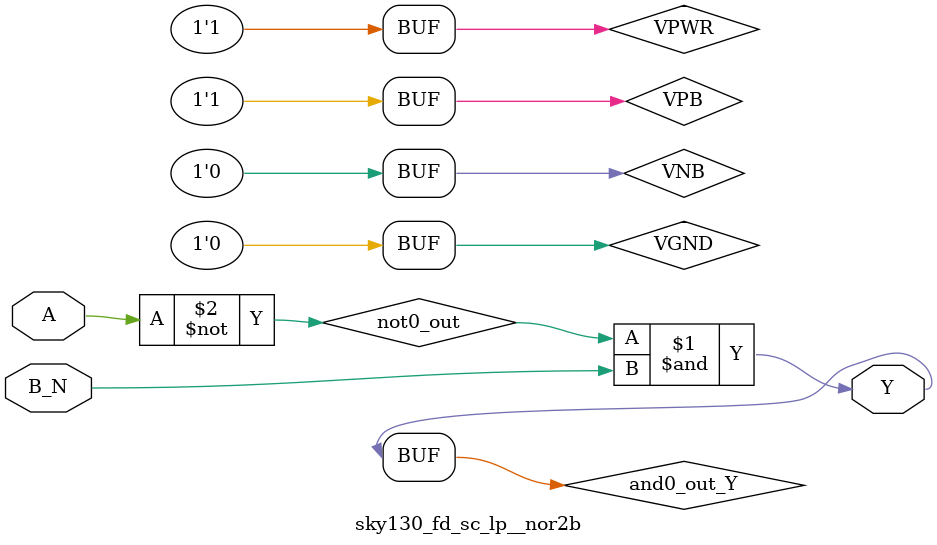
<source format=v>
/*
 * Copyright 2020 The SkyWater PDK Authors
 *
 * Licensed under the Apache License, Version 2.0 (the "License");
 * you may not use this file except in compliance with the License.
 * You may obtain a copy of the License at
 *
 *     https://www.apache.org/licenses/LICENSE-2.0
 *
 * Unless required by applicable law or agreed to in writing, software
 * distributed under the License is distributed on an "AS IS" BASIS,
 * WITHOUT WARRANTIES OR CONDITIONS OF ANY KIND, either express or implied.
 * See the License for the specific language governing permissions and
 * limitations under the License.
 *
 * SPDX-License-Identifier: Apache-2.0
*/


`ifndef SKY130_FD_SC_LP__NOR2B_BEHAVIORAL_V
`define SKY130_FD_SC_LP__NOR2B_BEHAVIORAL_V

/**
 * nor2b: 2-input NOR, first input inverted.
 *
 *        Y = !(A | B | C | !D)
 *
 * Verilog simulation functional model.
 */

`timescale 1ns / 1ps
`default_nettype none

`celldefine
module sky130_fd_sc_lp__nor2b (
    Y  ,
    A  ,
    B_N
);

    // Module ports
    output Y  ;
    input  A  ;
    input  B_N;

    // Module supplies
    supply1 VPWR;
    supply0 VGND;
    supply1 VPB ;
    supply0 VNB ;

    // Local signals
    wire not0_out  ;
    wire and0_out_Y;

    //  Name  Output      Other arguments
    not not0 (not0_out  , A              );
    and and0 (and0_out_Y, not0_out, B_N  );
    buf buf0 (Y         , and0_out_Y     );

endmodule
`endcelldefine

`default_nettype wire
`endif  // SKY130_FD_SC_LP__NOR2B_BEHAVIORAL_V
</source>
